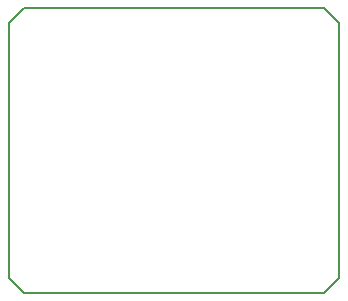
<source format=gm1>
G04 #@! TF.GenerationSoftware,KiCad,Pcbnew,7.0.1*
G04 #@! TF.CreationDate,2023-11-13T07:35:08+09:00*
G04 #@! TF.ProjectId,Pmod_Adapter_Ethernet,506d6f64-5f41-4646-9170-7465725f4574,rev?*
G04 #@! TF.SameCoordinates,Original*
G04 #@! TF.FileFunction,Profile,NP*
%FSLAX46Y46*%
G04 Gerber Fmt 4.6, Leading zero omitted, Abs format (unit mm)*
G04 Created by KiCad (PCBNEW 7.0.1) date 2023-11-13 07:35:08*
%MOMM*%
%LPD*%
G01*
G04 APERTURE LIST*
G04 #@! TA.AperFunction,Profile*
%ADD10C,0.150000*%
G04 #@! TD*
G04 APERTURE END LIST*
D10*
X-11430000Y-5080000D02*
X-10160000Y-6350000D01*
X-11430000Y16510000D02*
X-11430000Y-5080000D01*
X-10160000Y17780000D02*
X-11430000Y16510000D01*
X15240000Y17780000D02*
X16510000Y16510000D01*
X15240000Y17780000D02*
X-10160000Y17780000D01*
X16510000Y-5080000D02*
X16510000Y16510000D01*
X15240000Y-6350000D02*
X16510000Y-5080000D01*
X-10160000Y-6350000D02*
X15240000Y-6350000D01*
M02*

</source>
